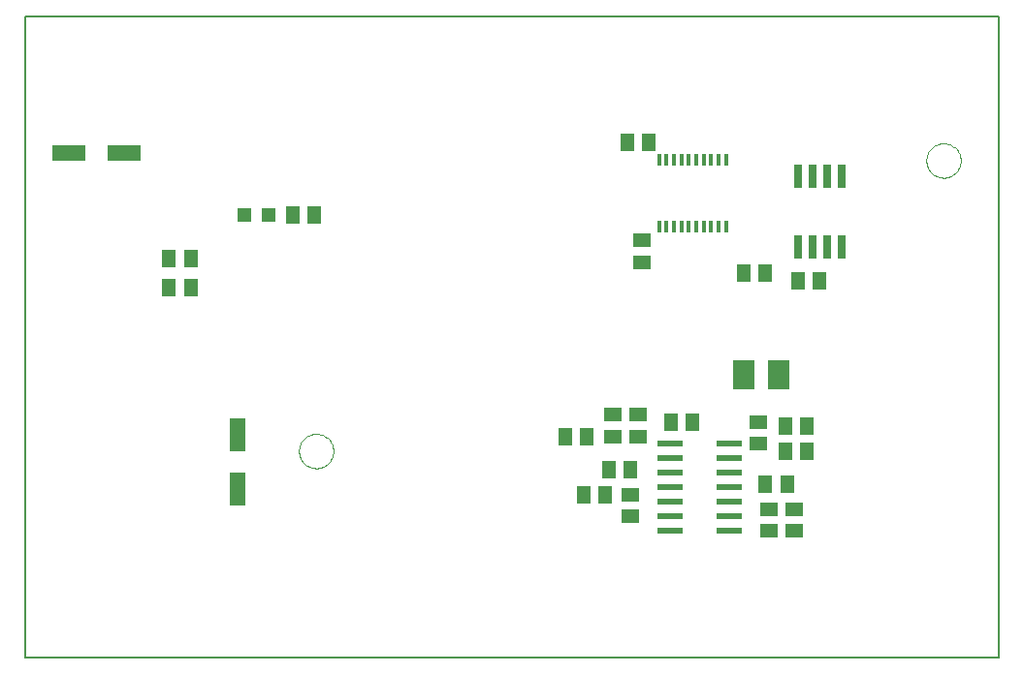
<source format=gtp>
G75*
%MOIN*%
%OFA0B0*%
%FSLAX24Y24*%
%IPPOS*%
%LPD*%
%AMOC8*
5,1,8,0,0,1.08239X$1,22.5*
%
%ADD10R,0.0472X0.0472*%
%ADD11R,0.0512X0.0630*%
%ADD12C,0.0050*%
%ADD13C,0.0000*%
%ADD14R,0.0260X0.0800*%
%ADD15R,0.0512X0.0591*%
%ADD16R,0.0120X0.0390*%
%ADD17R,0.0591X0.0512*%
%ADD18R,0.0866X0.0236*%
%ADD19R,0.0630X0.0512*%
%ADD20R,0.0551X0.1181*%
%ADD21R,0.1181X0.0551*%
%ADD22R,0.0768X0.0984*%
D10*
X007689Y015621D03*
X008515Y015621D03*
D11*
X009353Y015621D03*
X010101Y015621D03*
X005851Y014121D03*
X005103Y014121D03*
X005103Y013121D03*
X005851Y013121D03*
X018728Y007996D03*
X019476Y007996D03*
X019353Y005996D03*
X020101Y005996D03*
X026290Y007496D03*
X027038Y007496D03*
X027038Y008371D03*
X026290Y008371D03*
X025601Y013621D03*
X024853Y013621D03*
D12*
X000157Y022448D02*
X000157Y000401D01*
X033622Y000401D01*
X033622Y022448D01*
X000157Y022448D01*
D13*
X009573Y007496D02*
X009575Y007544D01*
X009581Y007592D01*
X009591Y007639D01*
X009604Y007685D01*
X009622Y007730D01*
X009642Y007774D01*
X009667Y007816D01*
X009695Y007855D01*
X009725Y007892D01*
X009759Y007926D01*
X009796Y007958D01*
X009834Y007987D01*
X009875Y008012D01*
X009918Y008034D01*
X009963Y008052D01*
X010009Y008066D01*
X010056Y008077D01*
X010104Y008084D01*
X010152Y008087D01*
X010200Y008086D01*
X010248Y008081D01*
X010296Y008072D01*
X010342Y008060D01*
X010387Y008043D01*
X010431Y008023D01*
X010473Y008000D01*
X010513Y007973D01*
X010551Y007943D01*
X010586Y007910D01*
X010618Y007874D01*
X010648Y007836D01*
X010674Y007795D01*
X010696Y007752D01*
X010716Y007708D01*
X010731Y007663D01*
X010743Y007616D01*
X010751Y007568D01*
X010755Y007520D01*
X010755Y007472D01*
X010751Y007424D01*
X010743Y007376D01*
X010731Y007329D01*
X010716Y007284D01*
X010696Y007240D01*
X010674Y007197D01*
X010648Y007156D01*
X010618Y007118D01*
X010586Y007082D01*
X010551Y007049D01*
X010513Y007019D01*
X010473Y006992D01*
X010431Y006969D01*
X010387Y006949D01*
X010342Y006932D01*
X010296Y006920D01*
X010248Y006911D01*
X010200Y006906D01*
X010152Y006905D01*
X010104Y006908D01*
X010056Y006915D01*
X010009Y006926D01*
X009963Y006940D01*
X009918Y006958D01*
X009875Y006980D01*
X009834Y007005D01*
X009796Y007034D01*
X009759Y007066D01*
X009725Y007100D01*
X009695Y007137D01*
X009667Y007176D01*
X009642Y007218D01*
X009622Y007262D01*
X009604Y007307D01*
X009591Y007353D01*
X009581Y007400D01*
X009575Y007448D01*
X009573Y007496D01*
X031136Y017496D02*
X031138Y017544D01*
X031144Y017592D01*
X031154Y017639D01*
X031167Y017685D01*
X031185Y017730D01*
X031205Y017774D01*
X031230Y017816D01*
X031258Y017855D01*
X031288Y017892D01*
X031322Y017926D01*
X031359Y017958D01*
X031397Y017987D01*
X031438Y018012D01*
X031481Y018034D01*
X031526Y018052D01*
X031572Y018066D01*
X031619Y018077D01*
X031667Y018084D01*
X031715Y018087D01*
X031763Y018086D01*
X031811Y018081D01*
X031859Y018072D01*
X031905Y018060D01*
X031950Y018043D01*
X031994Y018023D01*
X032036Y018000D01*
X032076Y017973D01*
X032114Y017943D01*
X032149Y017910D01*
X032181Y017874D01*
X032211Y017836D01*
X032237Y017795D01*
X032259Y017752D01*
X032279Y017708D01*
X032294Y017663D01*
X032306Y017616D01*
X032314Y017568D01*
X032318Y017520D01*
X032318Y017472D01*
X032314Y017424D01*
X032306Y017376D01*
X032294Y017329D01*
X032279Y017284D01*
X032259Y017240D01*
X032237Y017197D01*
X032211Y017156D01*
X032181Y017118D01*
X032149Y017082D01*
X032114Y017049D01*
X032076Y017019D01*
X032036Y016992D01*
X031994Y016969D01*
X031950Y016949D01*
X031905Y016932D01*
X031859Y016920D01*
X031811Y016911D01*
X031763Y016906D01*
X031715Y016905D01*
X031667Y016908D01*
X031619Y016915D01*
X031572Y016926D01*
X031526Y016940D01*
X031481Y016958D01*
X031438Y016980D01*
X031397Y017005D01*
X031359Y017034D01*
X031322Y017066D01*
X031288Y017100D01*
X031258Y017137D01*
X031230Y017176D01*
X031205Y017218D01*
X031185Y017262D01*
X031167Y017307D01*
X031154Y017353D01*
X031144Y017400D01*
X031138Y017448D01*
X031136Y017496D01*
D14*
X028227Y016956D03*
X027727Y016956D03*
X027227Y016956D03*
X026727Y016956D03*
X026727Y014536D03*
X027227Y014536D03*
X027727Y014536D03*
X028227Y014536D03*
D15*
X027476Y013371D03*
X026728Y013371D03*
X023101Y008496D03*
X022353Y008496D03*
X020976Y006871D03*
X020228Y006871D03*
X025603Y006371D03*
X026351Y006371D03*
X021601Y018121D03*
X020853Y018121D03*
D16*
X021950Y017520D03*
X022206Y017520D03*
X022462Y017520D03*
X022718Y017520D03*
X022974Y017520D03*
X023230Y017520D03*
X023486Y017520D03*
X023742Y017520D03*
X023998Y017520D03*
X024254Y017520D03*
X024254Y015223D03*
X023998Y015223D03*
X023742Y015223D03*
X023486Y015223D03*
X023230Y015223D03*
X022974Y015223D03*
X022718Y015223D03*
X022462Y015223D03*
X022206Y015223D03*
X021950Y015223D03*
D17*
X021352Y014745D03*
X021352Y013997D03*
X021227Y008745D03*
X021227Y007997D03*
X025352Y007747D03*
X025352Y008495D03*
D18*
X024376Y007746D03*
X024376Y007246D03*
X024376Y006746D03*
X024376Y006246D03*
X024376Y005746D03*
X024376Y005246D03*
X024376Y004746D03*
X022328Y004746D03*
X022328Y005246D03*
X022328Y005746D03*
X022328Y006246D03*
X022328Y006746D03*
X022328Y007246D03*
X022328Y007746D03*
D19*
X020352Y007997D03*
X020352Y008745D03*
X020977Y005995D03*
X020977Y005247D03*
X025727Y005495D03*
X026602Y005495D03*
X026602Y004747D03*
X025727Y004747D03*
D20*
X007477Y006177D03*
X007477Y008066D03*
D21*
X003547Y017746D03*
X001657Y017746D03*
D22*
X024877Y010121D03*
X026077Y010121D03*
M02*

</source>
